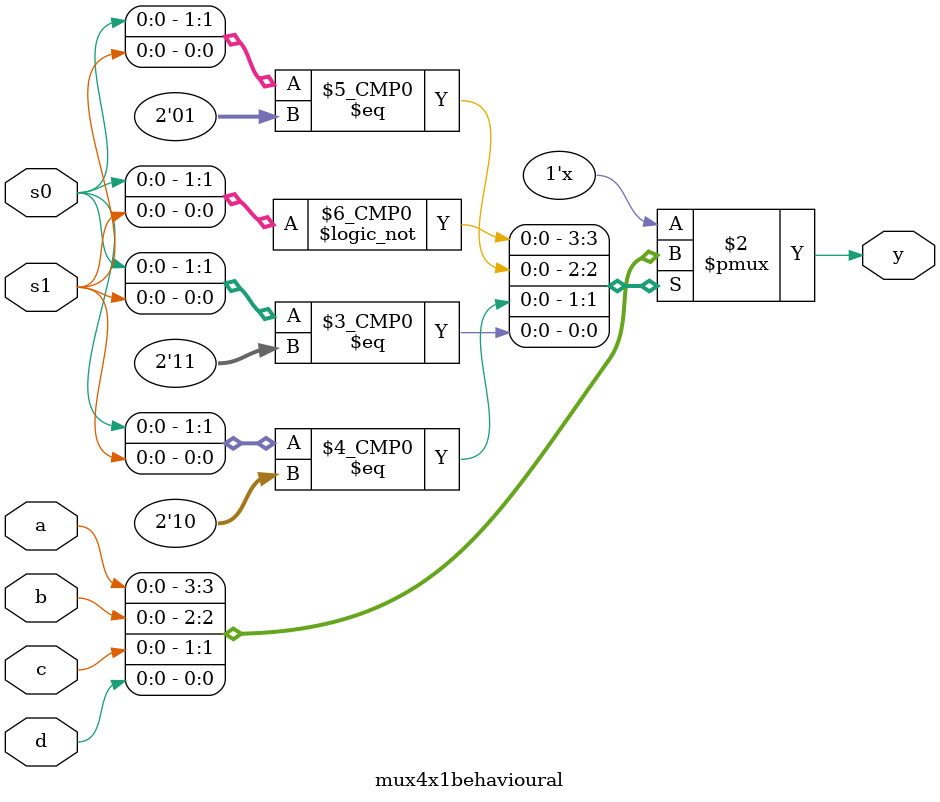
<source format=v>

module mux4x1behavioural(a,b,c,d,s0,s1,y);
input a,b,c,d;
input s0,s1;//select lines
output reg y;
always@(*)
begin
case({s0,s1})
2'b00 : y=a;
2'b01 : y=b;
2'b10 : y=c;
2'b11 : y=d;
endcase
end 
endmodule

</source>
